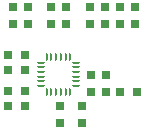
<source format=gtp>
G04*
G04 #@! TF.GenerationSoftware,Altium Limited,Altium Designer,20.0.13 (296)*
G04*
G04 Layer_Color=8421504*
%FSLAX25Y25*%
%MOIN*%
G70*
G01*
G75*
%ADD15R,0.02953X0.03150*%
%ADD16R,0.03150X0.02953*%
G04:AMPARAMS|DCode=17|XSize=23.62mil|YSize=9.06mil|CornerRadius=4.53mil|HoleSize=0mil|Usage=FLASHONLY|Rotation=270.000|XOffset=0mil|YOffset=0mil|HoleType=Round|Shape=RoundedRectangle|*
%AMROUNDEDRECTD17*
21,1,0.02362,0.00000,0,0,270.0*
21,1,0.01456,0.00906,0,0,270.0*
1,1,0.00906,0.00000,-0.00728*
1,1,0.00906,0.00000,0.00728*
1,1,0.00906,0.00000,0.00728*
1,1,0.00906,0.00000,-0.00728*
%
%ADD17ROUNDEDRECTD17*%
G04:AMPARAMS|DCode=18|XSize=23.62mil|YSize=9.06mil|CornerRadius=4.53mil|HoleSize=0mil|Usage=FLASHONLY|Rotation=180.000|XOffset=0mil|YOffset=0mil|HoleType=Round|Shape=RoundedRectangle|*
%AMROUNDEDRECTD18*
21,1,0.02362,0.00000,0,0,180.0*
21,1,0.01456,0.00906,0,0,180.0*
1,1,0.00906,-0.00728,0.00000*
1,1,0.00906,0.00728,0.00000*
1,1,0.00906,0.00728,0.00000*
1,1,0.00906,-0.00728,0.00000*
%
%ADD18ROUNDEDRECTD18*%
D15*
X466000Y239500D02*
D03*
X471709D02*
D03*
X428791Y252000D02*
D03*
X434500D02*
D03*
X428791Y247000D02*
D03*
X434500D02*
D03*
X428646Y240000D02*
D03*
X434354D02*
D03*
X428646Y235000D02*
D03*
X434354D02*
D03*
D16*
X461500Y245354D02*
D03*
Y239646D02*
D03*
X456500Y245354D02*
D03*
Y239646D02*
D03*
X453500Y229146D02*
D03*
Y234854D02*
D03*
X446000Y229146D02*
D03*
Y234854D02*
D03*
X471000Y267854D02*
D03*
Y262146D02*
D03*
X466000Y267854D02*
D03*
Y262146D02*
D03*
X461000Y267854D02*
D03*
Y262146D02*
D03*
X456000Y267854D02*
D03*
Y262146D02*
D03*
X448000Y267854D02*
D03*
Y262146D02*
D03*
X443000Y267854D02*
D03*
Y262146D02*
D03*
X435500Y267854D02*
D03*
Y262146D02*
D03*
X430500Y267854D02*
D03*
Y262146D02*
D03*
D17*
X441563Y251406D02*
D03*
X443138D02*
D03*
X444713D02*
D03*
X446287D02*
D03*
X447862D02*
D03*
X449437D02*
D03*
Y239594D02*
D03*
X447862D02*
D03*
X446287D02*
D03*
X444713D02*
D03*
X443138D02*
D03*
X441563D02*
D03*
D18*
X451406Y249437D02*
D03*
Y247862D02*
D03*
Y246287D02*
D03*
Y244713D02*
D03*
Y243138D02*
D03*
Y241563D02*
D03*
X439594D02*
D03*
Y243138D02*
D03*
Y244713D02*
D03*
Y246287D02*
D03*
Y247862D02*
D03*
Y249437D02*
D03*
M02*

</source>
